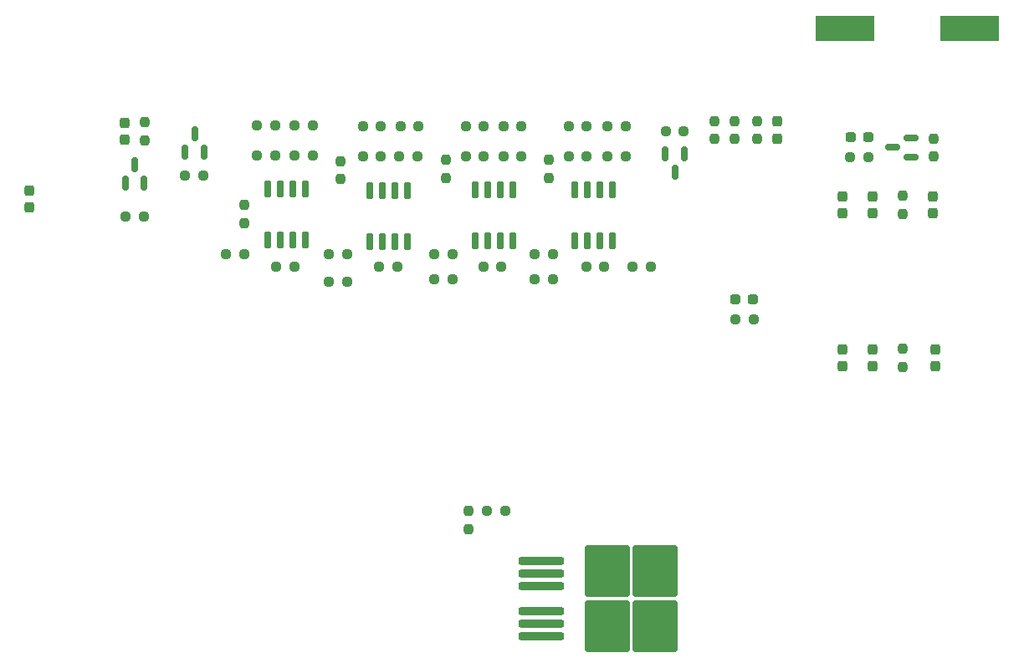
<source format=gbr>
G04 #@! TF.GenerationSoftware,KiCad,Pcbnew,7.0.7*
G04 #@! TF.CreationDate,2023-11-07T18:47:47-06:00*
G04 #@! TF.ProjectId,2024Rev1,32303234-5265-4763-912e-6b696361645f,rev?*
G04 #@! TF.SameCoordinates,Original*
G04 #@! TF.FileFunction,Paste,Top*
G04 #@! TF.FilePolarity,Positive*
%FSLAX46Y46*%
G04 Gerber Fmt 4.6, Leading zero omitted, Abs format (unit mm)*
G04 Created by KiCad (PCBNEW 7.0.7) date 2023-11-07 18:47:47*
%MOMM*%
%LPD*%
G01*
G04 APERTURE LIST*
G04 Aperture macros list*
%AMRoundRect*
0 Rectangle with rounded corners*
0 $1 Rounding radius*
0 $2 $3 $4 $5 $6 $7 $8 $9 X,Y pos of 4 corners*
0 Add a 4 corners polygon primitive as box body*
4,1,4,$2,$3,$4,$5,$6,$7,$8,$9,$2,$3,0*
0 Add four circle primitives for the rounded corners*
1,1,$1+$1,$2,$3*
1,1,$1+$1,$4,$5*
1,1,$1+$1,$6,$7*
1,1,$1+$1,$8,$9*
0 Add four rect primitives between the rounded corners*
20,1,$1+$1,$2,$3,$4,$5,0*
20,1,$1+$1,$4,$5,$6,$7,0*
20,1,$1+$1,$6,$7,$8,$9,0*
20,1,$1+$1,$8,$9,$2,$3,0*%
G04 Aperture macros list end*
%ADD10RoundRect,0.237500X-0.237500X0.250000X-0.237500X-0.250000X0.237500X-0.250000X0.237500X0.250000X0*%
%ADD11RoundRect,0.150000X-0.150000X0.725000X-0.150000X-0.725000X0.150000X-0.725000X0.150000X0.725000X0*%
%ADD12RoundRect,0.237500X0.250000X0.237500X-0.250000X0.237500X-0.250000X-0.237500X0.250000X-0.237500X0*%
%ADD13RoundRect,0.150000X0.587500X0.150000X-0.587500X0.150000X-0.587500X-0.150000X0.587500X-0.150000X0*%
%ADD14R,6.000000X2.500000*%
%ADD15RoundRect,0.237500X-0.250000X-0.237500X0.250000X-0.237500X0.250000X0.237500X-0.250000X0.237500X0*%
%ADD16RoundRect,0.237500X0.237500X-0.250000X0.237500X0.250000X-0.237500X0.250000X-0.237500X-0.250000X0*%
%ADD17RoundRect,0.237500X0.287500X0.237500X-0.287500X0.237500X-0.287500X-0.237500X0.287500X-0.237500X0*%
%ADD18RoundRect,0.237500X0.237500X-0.300000X0.237500X0.300000X-0.237500X0.300000X-0.237500X-0.300000X0*%
%ADD19RoundRect,0.200000X-2.100000X-0.200000X2.100000X-0.200000X2.100000X0.200000X-2.100000X0.200000X0*%
%ADD20RoundRect,0.250000X-2.025000X-2.375000X2.025000X-2.375000X2.025000X2.375000X-2.025000X2.375000X0*%
%ADD21RoundRect,0.237500X0.237500X-0.287500X0.237500X0.287500X-0.237500X0.287500X-0.237500X-0.287500X0*%
%ADD22RoundRect,0.237500X-0.237500X0.287500X-0.237500X-0.287500X0.237500X-0.287500X0.237500X0.287500X0*%
%ADD23RoundRect,0.150000X0.150000X-0.587500X0.150000X0.587500X-0.150000X0.587500X-0.150000X-0.587500X0*%
%ADD24RoundRect,0.237500X-0.237500X0.300000X-0.237500X-0.300000X0.237500X-0.300000X0.237500X0.300000X0*%
%ADD25RoundRect,0.150000X-0.150000X0.587500X-0.150000X-0.587500X0.150000X-0.587500X0.150000X0.587500X0*%
G04 APERTURE END LIST*
D10*
X173736000Y-56745500D03*
X173736000Y-58570500D03*
D11*
X159408500Y-59875500D03*
X158138500Y-59875500D03*
X156868500Y-59875500D03*
X155598500Y-59875500D03*
X155598500Y-65025500D03*
X156868500Y-65025500D03*
X158138500Y-65025500D03*
X159408500Y-65025500D03*
D10*
X212725000Y-54586500D03*
X212725000Y-56411500D03*
D12*
X174140500Y-68834000D03*
X172315500Y-68834000D03*
D13*
X210440500Y-56449000D03*
X210440500Y-54549000D03*
X208565500Y-55499000D03*
D14*
X216358000Y-43434000D03*
X203758000Y-43434000D03*
D15*
X158623000Y-56388000D03*
X160448000Y-56388000D03*
D11*
X149098000Y-59690000D03*
X147828000Y-59690000D03*
X146558000Y-59690000D03*
X145288000Y-59690000D03*
X145288000Y-64840000D03*
X146558000Y-64840000D03*
X147828000Y-64840000D03*
X149098000Y-64840000D03*
D10*
X142945505Y-61317500D03*
X142945505Y-63142500D03*
D15*
X169164000Y-56388000D03*
X170989000Y-56388000D03*
D16*
X192588495Y-54657000D03*
X192588495Y-52832000D03*
X165608000Y-94130500D03*
X165608000Y-92305500D03*
D17*
X194423000Y-70866000D03*
X192673000Y-70866000D03*
D18*
X206502000Y-77671000D03*
X206502000Y-75946000D03*
D15*
X146153500Y-67564000D03*
X147978500Y-67564000D03*
X192635500Y-72898000D03*
X194460500Y-72898000D03*
D19*
X172974000Y-97390000D03*
X172974000Y-98660000D03*
X172974000Y-99930000D03*
D20*
X179699000Y-98425000D03*
X179699000Y-103975000D03*
X184549000Y-98425000D03*
X184549000Y-103975000D03*
D19*
X172974000Y-102470000D03*
X172974000Y-103740000D03*
X172974000Y-105010000D03*
D12*
X138758995Y-58341500D03*
X136933995Y-58341500D03*
D18*
X203454000Y-62177000D03*
X203454000Y-60452000D03*
D11*
X180213000Y-59805500D03*
X178943000Y-59805500D03*
X177673000Y-59805500D03*
X176403000Y-59805500D03*
X176403000Y-64955500D03*
X177673000Y-64955500D03*
X178943000Y-64955500D03*
X180213000Y-64955500D03*
X170100000Y-59805500D03*
X168830000Y-59805500D03*
X167560000Y-59805500D03*
X166290000Y-59805500D03*
X166290000Y-64955500D03*
X167560000Y-64955500D03*
X168830000Y-64955500D03*
X170100000Y-64955500D03*
D15*
X172315500Y-66294000D03*
X174140500Y-66294000D03*
X204272500Y-56515000D03*
X206097500Y-56515000D03*
D12*
X132738500Y-62484000D03*
X130913500Y-62484000D03*
D21*
X212852000Y-77683500D03*
X212852000Y-75933500D03*
D22*
X130866495Y-52973000D03*
X130866495Y-54723000D03*
D15*
X165354000Y-53340000D03*
X167179000Y-53340000D03*
D21*
X212598000Y-62189500D03*
X212598000Y-60439500D03*
D15*
X162155500Y-66294000D03*
X163980500Y-66294000D03*
D12*
X170989000Y-53340000D03*
X169164000Y-53340000D03*
D15*
X148025505Y-56272500D03*
X149850505Y-56272500D03*
D10*
X209550000Y-75896000D03*
X209550000Y-77721000D03*
D15*
X156591000Y-67564000D03*
X158416000Y-67564000D03*
D12*
X149850505Y-53224500D03*
X148025505Y-53224500D03*
D15*
X144215505Y-56272500D03*
X146040505Y-56272500D03*
D18*
X203452000Y-77671000D03*
X203452000Y-75946000D03*
D23*
X136962495Y-55977000D03*
X138862495Y-55977000D03*
X137912495Y-54102000D03*
D12*
X184046500Y-67564000D03*
X182221500Y-67564000D03*
D15*
X165354000Y-56388000D03*
X167179000Y-56388000D03*
D10*
X190500000Y-52832000D03*
X190500000Y-54657000D03*
D21*
X196850000Y-54596000D03*
X196850000Y-52846000D03*
D16*
X132898495Y-54760500D03*
X132898495Y-52935500D03*
D10*
X209550000Y-60402000D03*
X209550000Y-62227000D03*
D24*
X121158000Y-59843500D03*
X121158000Y-61568500D03*
D25*
X187452000Y-56134000D03*
X185552000Y-56134000D03*
X186502000Y-58009000D03*
D12*
X153312500Y-69088000D03*
X151487500Y-69088000D03*
D15*
X154940000Y-53340000D03*
X156765000Y-53340000D03*
D12*
X163980500Y-68834000D03*
X162155500Y-68834000D03*
D18*
X206502000Y-62177000D03*
X206502000Y-60452000D03*
D10*
X194818000Y-52808500D03*
X194818000Y-54633500D03*
X152654000Y-56896000D03*
X152654000Y-58721000D03*
D15*
X175768000Y-53340000D03*
X177593000Y-53340000D03*
X167132000Y-67564000D03*
X168957000Y-67564000D03*
X167489500Y-92329000D03*
X169314500Y-92329000D03*
X144215505Y-53224500D03*
X146040505Y-53224500D03*
X151487500Y-66294000D03*
X153312500Y-66294000D03*
D12*
X187428500Y-53874500D03*
X185603500Y-53874500D03*
D15*
X177546000Y-67564000D03*
X179371000Y-67564000D03*
D10*
X163322000Y-56745500D03*
X163322000Y-58570500D03*
D15*
X154940000Y-56388000D03*
X156765000Y-56388000D03*
D17*
X206060000Y-54483000D03*
X204310000Y-54483000D03*
D12*
X181506500Y-53340000D03*
X179681500Y-53340000D03*
X160575000Y-53340000D03*
X158750000Y-53340000D03*
D15*
X179681500Y-56388000D03*
X181506500Y-56388000D03*
X175768000Y-56388000D03*
X177593000Y-56388000D03*
X141073500Y-66294000D03*
X142898500Y-66294000D03*
D23*
X130876000Y-59103500D03*
X132776000Y-59103500D03*
X131826000Y-57228500D03*
M02*

</source>
